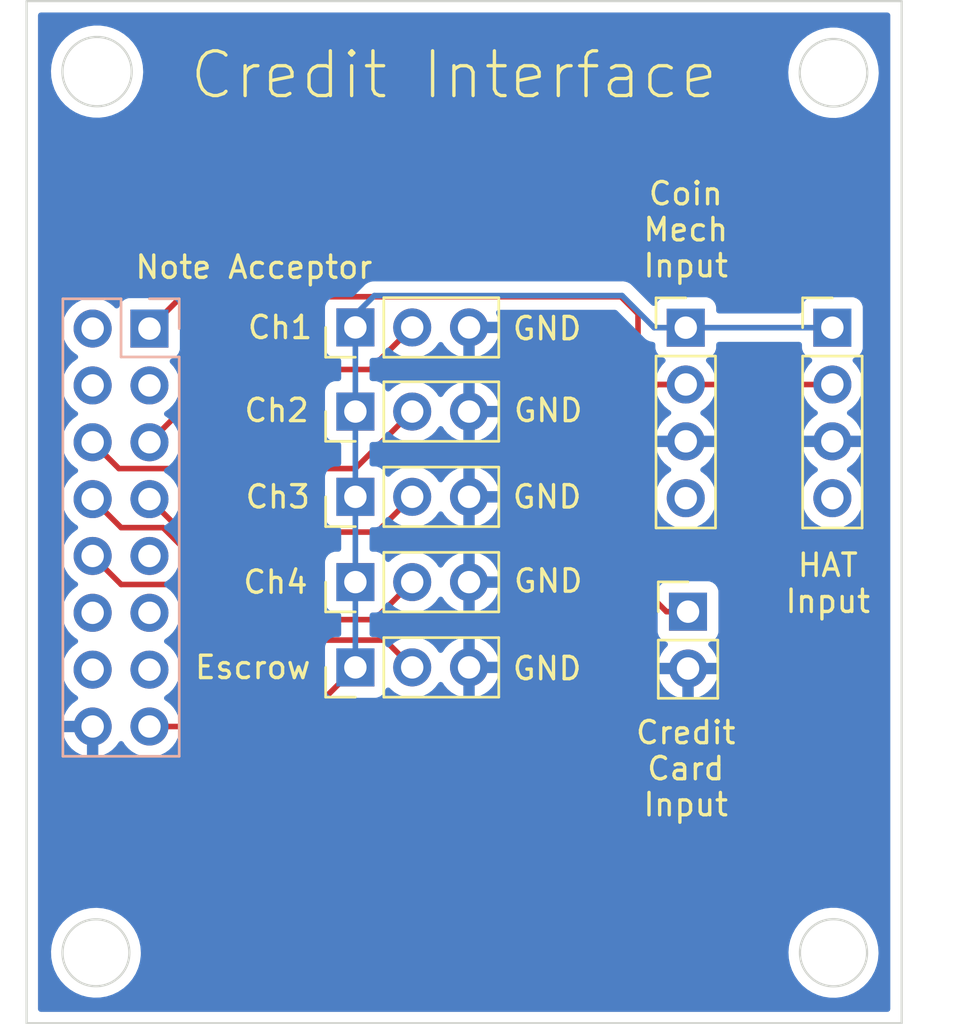
<source format=kicad_pcb>
(kicad_pcb (version 20211014) (generator pcbnew)
  (layers (0 "F.Cu" signal) (31 "B.Cu" signal) (34 "B.Paste" user) (35 "F.Paste" user) (36 "B.SilkS" user "B.Silkscreen") (37 "F.SilkS" user "F.Silkscreen") (38 "B.Mask" user) (39 "F.Mask" user) (44 "Edge.Cuts" user))
  (net 0 "")
  (net 1 "PULSE")
  (net 5 "CH1")
  (net 6 "CH2")
  (net 7 "CH3")
  (net 8 "CH4")
  (net 10 "ESCROW")
  (net 15 "+12V")
  (net 16 "GND")
  (footprint "Connector_PinHeader_2.54mm:PinHeader_1x04_P2.54mm_Vertical" (layer "F.Cu") (at 164.4396 80.528)
    (fp_text reference "J3" hide)
    (fp_text value "HAT Connection")
    (fp_line (start -1.33 1.27) (end -1.33 8.95) (layer "F.SilkS") (width 0.12))
    (fp_line (start -1.33 1.27) (end 1.33 1.27) (layer "F.SilkS") (width 0.12))
    (fp_line (start 1.33 1.27) (end 1.33 8.95) (layer "F.SilkS") (width 0.12))
    (fp_line (start -1.33 -1.33) (end 0 -1.33) (layer "F.SilkS") (width 0.12))
    (fp_line (start -1.33 0) (end -1.33 -1.33) (layer "F.SilkS") (width 0.12))
    (fp_line (start -1.33 8.95) (end 1.33 8.95) (layer "F.SilkS") (width 0.12))
    (pad "1" thru_hole rect (at 0 0) (size 1.7 1.7) (drill 1) (layers *.Cu *.Mask) (net 15 "+12V"))
    (pad "2" thru_hole oval (at 0 2.54) (size 1.7 1.7) (drill 1) (layers *.Cu *.Mask) (net 1 "PULSE"))
    (pad "3" thru_hole oval (at 0 5.08) (size 1.7 1.7) (drill 1) (layers *.Cu *.Mask) (net 16 "GND"))
    (pad "4" thru_hole oval (at 0 7.62) (size 1.7 1.7) (drill 1) (layers *.Cu *.Mask))
  )
  (footprint "Connector_PinHeader_2.54mm:PinHeader_1x03_P2.54mm_Vertical" (layer "F.Cu") (at 143.1186 84.2772 90)
    (fp_text reference "J5" hide)
    (fp_text value "Note Acceptor Ch2")
    (fp_line (start -1.33 0) (end -1.33 -1.33) (layer "F.SilkS") (width 0.12))
    (fp_line (start -1.33 6.41) (end 1.33 6.41) (layer "F.SilkS") (width 0.12))
    (fp_line (start 1.33 1.27) (end 1.33 6.41) (layer "F.SilkS") (width 0.12))
    (fp_line (start -1.33 -1.33) (end 0 -1.33) (layer "F.SilkS") (width 0.12))
    (fp_line (start -1.33 1.27) (end 1.33 1.27) (layer "F.SilkS") (width 0.12))
    (fp_line (start -1.33 1.27) (end -1.33 6.41) (layer "F.SilkS") (width 0.12))
    (pad "1" thru_hole rect (at 0 0 90) (size 1.7 1.7) (drill 1) (layers *.Cu *.Mask) (net 15 "+12V"))
    (pad "2" thru_hole oval (at 0 2.54 90) (size 1.7 1.7) (drill 1) (layers *.Cu *.Mask) (net 6 "CH2"))
    (pad "3" thru_hole oval (at 0 5.08 90) (size 1.7 1.7) (drill 1) (layers *.Cu *.Mask) (net 16 "GND"))
  )
  (footprint "Connector_PinHeader_2.54mm:PinHeader_1x03_P2.54mm_Vertical" (layer "F.Cu") (at 143.1186 88.0872 90)
    (fp_text reference "J6" hide)
    (fp_text value "Note Acceptor Ch3")
    (fp_line (start 1.33 1.27) (end 1.33 6.41) (layer "F.SilkS") (width 0.12))
    (fp_line (start -1.33 1.27) (end -1.33 6.41) (layer "F.SilkS") (width 0.12))
    (fp_line (start -1.33 -1.33) (end 0 -1.33) (layer "F.SilkS") (width 0.12))
    (fp_line (start -1.33 1.27) (end 1.33 1.27) (layer "F.SilkS") (width 0.12))
    (fp_line (start -1.33 6.41) (end 1.33 6.41) (layer "F.SilkS") (width 0.12))
    (fp_line (start -1.33 0) (end -1.33 -1.33) (layer "F.SilkS") (width 0.12))
    (pad "1" thru_hole rect (at 0 0 90) (size 1.7 1.7) (drill 1) (layers *.Cu *.Mask) (net 15 "+12V"))
    (pad "2" thru_hole oval (at 0 2.54 90) (size 1.7 1.7) (drill 1) (layers *.Cu *.Mask) (net 7 "CH3"))
    (pad "3" thru_hole oval (at 0 5.08 90) (size 1.7 1.7) (drill 1) (layers *.Cu *.Mask) (net 16 "GND"))
  )
  (footprint "Connector_PinHeader_2.54mm:PinHeader_1x04_P2.54mm_Vertical" (layer "F.Cu") (at 157.8864 80.528)
    (fp_text reference "J2" hide)
    (fp_text value "Coin Mech")
    (fp_line (start -1.33 -1.33) (end 0 -1.33) (layer "F.SilkS") (width 0.12))
    (fp_line (start -1.33 1.27) (end -1.33 8.95) (layer "F.SilkS") (width 0.12))
    (fp_line (start 1.33 1.27) (end 1.33 8.95) (layer "F.SilkS") (width 0.12))
    (fp_line (start -1.33 8.95) (end 1.33 8.95) (layer "F.SilkS") (width 0.12))
    (fp_line (start -1.33 0) (end -1.33 -1.33) (layer "F.SilkS") (width 0.12))
    (fp_line (start -1.33 1.27) (end 1.33 1.27) (layer "F.SilkS") (width 0.12))
    (pad "1" thru_hole rect (at 0 0) (size 1.7 1.7) (drill 1) (layers *.Cu *.Mask) (net 15 "+12V"))
    (pad "2" thru_hole oval (at 0 2.54) (size 1.7 1.7) (drill 1) (layers *.Cu *.Mask) (net 1 "PULSE"))
    (pad "3" thru_hole oval (at 0 5.08) (size 1.7 1.7) (drill 1) (layers *.Cu *.Mask) (net 16 "GND"))
    (pad "4" thru_hole oval (at 0 7.62) (size 1.7 1.7) (drill 1) (layers *.Cu *.Mask))
  )
  (footprint "Connector_PinHeader_2.54mm:PinHeader_1x03_P2.54mm_Vertical" (layer "F.Cu") (at 143.1186 91.8972 90)
    (fp_text reference "J7" hide)
    (fp_text value "Note Acceptor Ch4")
    (fp_line (start -1.33 1.27) (end -1.33 6.41) (layer "F.SilkS") (width 0.12))
    (fp_line (start -1.33 1.27) (end 1.33 1.27) (layer "F.SilkS") (width 0.12))
    (fp_line (start -1.33 -1.33) (end 0 -1.33) (layer "F.SilkS") (width 0.12))
    (fp_line (start -1.33 0) (end -1.33 -1.33) (layer "F.SilkS") (width 0.12))
    (fp_line (start 1.33 1.27) (end 1.33 6.41) (layer "F.SilkS") (width 0.12))
    (fp_line (start -1.33 6.41) (end 1.33 6.41) (layer "F.SilkS") (width 0.12))
    (pad "1" thru_hole rect (at 0 0 90) (size 1.7 1.7) (drill 1) (layers *.Cu *.Mask) (net 15 "+12V"))
    (pad "2" thru_hole oval (at 0 2.54 90) (size 1.7 1.7) (drill 1) (layers *.Cu *.Mask) (net 8 "CH4"))
    (pad "3" thru_hole oval (at 0 5.08 90) (size 1.7 1.7) (drill 1) (layers *.Cu *.Mask) (net 16 "GND"))
  )
  (footprint "Connector_PinHeader_2.54mm:PinHeader_1x03_P2.54mm_Vertical" (layer "F.Cu") (at 143.1186 95.7072 90)
    (fp_text reference "J8" hide)
    (fp_text value "Note Acceptor Escrow")
    (fp_line (start 1.33 1.27) (end 1.33 6.41) (layer "F.SilkS") (width 0.12))
    (fp_line (start -1.33 1.27) (end -1.33 6.41) (layer "F.SilkS") (width 0.12))
    (fp_line (start -1.33 0) (end -1.33 -1.33) (layer "F.SilkS") (width 0.12))
    (fp_line (start -1.33 6.41) (end 1.33 6.41) (layer "F.SilkS") (width 0.12))
    (fp_line (start -1.33 1.27) (end 1.33 1.27) (layer "F.SilkS") (width 0.12))
    (fp_line (start -1.33 -1.33) (end 0 -1.33) (layer "F.SilkS") (width 0.12))
    (pad "1" thru_hole rect (at 0 0 90) (size 1.7 1.7) (drill 1) (layers *.Cu *.Mask) (net 15 "+12V"))
    (pad "2" thru_hole oval (at 0 2.54 90) (size 1.7 1.7) (drill 1) (layers *.Cu *.Mask) (net 10 "ESCROW"))
    (pad "3" thru_hole oval (at 0 5.08 90) (size 1.7 1.7) (drill 1) (layers *.Cu *.Mask) (net 16 "GND"))
  )
  (footprint "Connector_PinHeader_2.54mm:PinHeader_1x02_P2.54mm_Vertical" (layer "F.Cu") (at 157.988 93.218)
    (fp_text reference "J9" hide)
    (fp_text value "Credit Card")
    (fp_line (start -1.33 3.87) (end 1.33 3.87) (layer "F.SilkS") (width 0.12))
    (fp_line (start -1.33 1.27) (end -1.33 3.87) (layer "F.SilkS") (width 0.12))
    (fp_line (start -1.33 0) (end -1.33 -1.33) (layer "F.SilkS") (width 0.12))
    (fp_line (start -1.33 -1.33) (end 0 -1.33) (layer "F.SilkS") (width 0.12))
    (fp_line (start -1.33 1.27) (end 1.33 1.27) (layer "F.SilkS") (width 0.12))
    (fp_line (start 1.33 1.27) (end 1.33 3.87) (layer "F.SilkS") (width 0.12))
    (pad "1" thru_hole rect (at 0 0) (size 1.7 1.7) (drill 1) (layers *.Cu *.Mask) (net 1 "PULSE"))
    (pad "2" thru_hole oval (at 0 2.54) (size 1.7 1.7) (drill 1) (layers *.Cu *.Mask) (net 16 "GND"))
  )
  (footprint "Connector_PinHeader_2.54mm:PinHeader_1x03_P2.54mm_Vertical" (layer "F.Cu") (at 143.1186 80.518 90)
    (fp_text reference "J4" hide)
    (fp_text value "Note Acceptor Ch1")
    (fp_line (start 1.33 1.27) (end 1.33 6.41) (layer "F.SilkS") (width 0.12))
    (fp_line (start -1.33 6.41) (end 1.33 6.41) (layer "F.SilkS") (width 0.12))
    (fp_line (start -1.33 -1.33) (end 0 -1.33) (layer "F.SilkS") (width 0.12))
    (fp_line (start -1.33 0) (end -1.33 -1.33) (layer "F.SilkS") (width 0.12))
    (fp_line (start -1.33 1.27) (end -1.33 6.41) (layer "F.SilkS") (width 0.12))
    (fp_line (start -1.33 1.27) (end 1.33 1.27) (layer "F.SilkS") (width 0.12))
    (pad "1" thru_hole rect (at 0 0 90) (size 1.7 1.7) (drill 1) (layers *.Cu *.Mask) (net 15 "+12V"))
    (pad "2" thru_hole oval (at 0 2.54 90) (size 1.7 1.7) (drill 1) (layers *.Cu *.Mask) (net 5 "CH1"))
    (pad "3" thru_hole oval (at 0 5.08 90) (size 1.7 1.7) (drill 1) (layers *.Cu *.Mask) (net 16 "GND"))
  )
  (footprint "Connector_PinHeader_2.54mm:PinHeader_2x08_P2.54mm_Vertical" (layer "B.Cu") (at 133.9138 80.5688 180)
    (fp_text reference "J1" hide)
    (fp_text value "Note Acceptor")
    (fp_line (start -1.33 0) (end -1.33 1.33) (layer "B.SilkS") (width 0.12))
    (fp_line (start 1.27 -1.27) (end 1.27 1.33) (layer "B.SilkS") (width 0.12))
    (fp_line (start -1.33 -19.11) (end 3.87 -19.11) (layer "B.SilkS") (width 0.12))
    (fp_line (start 1.27 1.33) (end 3.87 1.33) (layer "B.SilkS") (width 0.12))
    (fp_line (start -1.33 -1.27) (end 1.27 -1.27) (layer "B.SilkS") (width 0.12))
    (fp_line (start -1.33 1.33) (end 0 1.33) (layer "B.SilkS") (width 0.12))
    (fp_line (start 3.87 1.33) (end 3.87 -19.11) (layer "B.SilkS") (width 0.12))
    (fp_line (start -1.33 -1.27) (end -1.33 -19.11) (layer "B.SilkS") (width 0.12))
    (pad "1" thru_hole rect (at 0 0 180) (size 1.7 1.7) (drill 1) (layers *.Cu *.Mask) (net 1 "PULSE"))
    (pad "2" thru_hole oval (at 2.54 0 180) (size 1.7 1.7) (drill 1) (layers *.Cu *.Mask))
    (pad "3" thru_hole oval (at 0 -2.54 180) (size 1.7 1.7) (drill 1) (layers *.Cu *.Mask))
    (pad "4" thru_hole oval (at 2.54 -2.54 180) (size 1.7 1.7) (drill 1) (layers *.Cu *.Mask))
    (pad "5" thru_hole oval (at 0 -5.08 180) (size 1.7 1.7) (drill 1) (layers *.Cu *.Mask) (net 5 "CH1"))
    (pad "6" thru_hole oval (at 2.54 -5.08 180) (size 1.7 1.7) (drill 1) (layers *.Cu *.Mask) (net 6 "CH2"))
    (pad "7" thru_hole oval (at 0 -7.62 180) (size 1.7 1.7) (drill 1) (layers *.Cu *.Mask) (net 7 "CH3"))
    (pad "8" thru_hole oval (at 2.54 -7.62 180) (size 1.7 1.7) (drill 1) (layers *.Cu *.Mask) (net 8 "CH4"))
    (pad "9" thru_hole oval (at 0 -10.16 180) (size 1.7 1.7) (drill 1) (layers *.Cu *.Mask))
    (pad "10" thru_hole oval (at 2.54 -10.16 180) (size 1.7 1.7) (drill 1) (layers *.Cu *.Mask) (net 10 "ESCROW"))
    (pad "11" thru_hole oval (at 0 -12.7 180) (size 1.7 1.7) (drill 1) (layers *.Cu *.Mask))
    (pad "12" thru_hole oval (at 2.54 -12.7 180) (size 1.7 1.7) (drill 1) (layers *.Cu *.Mask))
    (pad "13" thru_hole oval (at 0 -15.24 180) (size 1.7 1.7) (drill 1) (layers *.Cu *.Mask))
    (pad "14" thru_hole oval (at 2.54 -15.24 180) (size 1.7 1.7) (drill 1) (layers *.Cu *.Mask))
    (pad "15" thru_hole oval (at 0 -17.78 180) (size 1.7 1.7) (drill 1) (layers *.Cu *.Mask) (net 15 "+12V"))
    (pad "16" thru_hole oval (at 2.54 -17.78 180) (size 1.7 1.7) (drill 1) (layers *.Cu *.Mask) (net 16 "GND"))
  )
  (gr_circle (center 164.4904 108.458) (end 165.2016 109.7788) (layer "Edge.Cuts") (width 0.1) (fill none))
  (gr_circle (center 164.4904 69.1388) (end 165.5572 68.072) (layer "Edge.Cuts") (width 0.1) (fill none))
  (gr_rect (start 128.4224 111.6076) (end 167.5384 65.9384) (layer "Edge.Cuts") (width 0.1) (fill none))
  (gr_circle (center 131.5212 108.458) (end 131.2672 109.9312) (layer "Edge.Cuts") (width 0.1) (fill none))
  (gr_circle (center 131.572 69.088) (end 132.588 70.2564) (layer "Edge.Cuts") (width 0.1) (fill none))
  (gr_text "HAT\nInput" (at 164.2364 91.948) (layer "F.SilkS") (effects (font (size 1 1))))
  (gr_text "GND" (at 151.6888 88.0872) (layer "F.SilkS") (effects (font (size 1 1))))
  (gr_text "GND" (at 151.6888 80.5688) (layer "F.SilkS") (effects (font (size 1 1))))
  (gr_text "Ch2" (at 139.5984 84.2264) (layer "F.SilkS") (effects (font (size 1 1))))
  (gr_text "Credit\nCard\nInput" (at 157.8864 100.2284) (layer "F.SilkS") (effects (font (size 1 1))))
  (gr_text "Note Acceptor" (at 138.5824 77.8256) (layer "F.SilkS") (effects (font (size 1 1))))
  (gr_text "GND" (at 151.7396 84.2264) (layer "F.SilkS") (effects (font (size 1 1))))
  (gr_text "Coin\nMech\nInput" (at 157.8864 76.1492) (layer "F.SilkS") (effects (font (size 1 1))))
  (gr_text "Ch3" (at 139.6492 88.0872) (layer "F.SilkS") (effects (font (size 1 1))))
  (gr_text "Credit Interface" (at 147.5232 69.2404) (layer "F.SilkS") (effects (font (size 2 2))))
  (gr_text "Escrow" (at 138.5316 95.7072) (layer "F.SilkS") (effects (font (size 1 1))))
  (gr_text "Ch1" (at 139.7508 80.518) (layer "F.SilkS") (effects (font (size 1 1))))
  (gr_text "GND" (at 151.6888 95.758) (layer "F.SilkS") (effects (font (size 1 1))))
  (gr_text "Ch4" (at 139.5476 91.8972) (layer "F.SilkS") (effects (font (size 1 1))))
  (gr_text "GND" (at 151.7396 91.8464) (layer "F.SilkS") (effects (font (size 1 1))))
  (segment (start 157.8864 83.068) (end 156.6064 83.068) (width 0.25) (layer "F.Cu") (net 1))
  (segment (start 154.9908 79.1464) (end 155.7528 79.9084) (width 0.25) (layer "F.Cu") (net 1))
  (segment (start 133.9138 80.5688) (end 135.3362 79.1464) (width 0.25) (layer "F.Cu") (net 1))
  (segment (start 155.7528 83.9216) (end 155.7528 91.948) (width 0.25) (layer "F.Cu") (net 1))
  (segment (start 156.474 83.068) (end 157.8864 83.068) (width 0.25) (layer "F.Cu") (net 1))
  (segment (start 155.7528 79.9084) (end 155.7528 82.3468) (width 0.25) (layer "F.Cu") (net 1))
  (segment (start 155.7528 91.948) (end 157.0228 93.218) (width 0.25) (layer "F.Cu") (net 1))
  (segment (start 135.3362 79.1464) (end 154.9908 79.1464) (width 0.25) (layer "F.Cu") (net 1))
  (segment (start 157.0228 93.218) (end 157.988 93.218) (width 0.25) (layer "F.Cu") (net 1))
  (segment (start 155.7528 82.3468) (end 156.474 83.068) (width 0.25) (layer "F.Cu") (net 1))
  (segment (start 157.8864 83.068) (end 164.4396 83.068) (width 0.25) (layer "F.Cu") (net 1))
  (segment (start 156.6064 83.068) (end 155.7528 83.9216) (width 0.25) (layer "F.Cu") (net 1))
  (segment (start 145.6586 80.518) (end 143.779 82.3976) (width 0.25) (layer "F.Cu") (net 5))
  (segment (start 137.165 82.3976) (end 133.9138 85.6488) (width 0.25) (layer "F.Cu") (net 5))
  (segment (start 143.779 82.3976) (end 137.165 82.3976) (width 0.25) (layer "F.Cu") (net 5))
  (segment (start 131.3738 85.6488) (end 132.5488 86.8238) (width 0.25) (layer "F.Cu") (net 6))
  (segment (start 132.5488 86.8238) (end 143.112 86.8238) (width 0.25) (layer "F.Cu") (net 6))
  (segment (start 143.112 86.8238) (end 145.6586 84.2772) (width 0.25) (layer "F.Cu") (net 6))
  (segment (start 133.9138 88.1888) (end 135.387 89.662) (width 0.25) (layer "F.Cu") (net 7))
  (segment (start 144.0838 89.662) (end 145.6586 88.0872) (width 0.25) (layer "F.Cu") (net 7))
  (segment (start 135.387 89.662) (end 144.0838 89.662) (width 0.25) (layer "F.Cu") (net 7))
  (segment (start 143.9822 93.5736) (end 145.6586 91.8972) (width 0.25) (layer "F.Cu") (net 8))
  (segment (start 132.648078 89.463078) (end 134.522678 89.463078) (width 0.25) (layer "F.Cu") (net 8))
  (segment (start 131.3738 88.1888) (end 132.648078 89.463078) (width 0.25) (layer "F.Cu") (net 8))
  (segment (start 138.6332 93.5736) (end 143.9822 93.5736) (width 0.25) (layer "F.Cu") (net 8))
  (segment (start 134.522678 89.463078) (end 138.6332 93.5736) (width 0.25) (layer "F.Cu") (net 8))
  (segment (start 131.3738 90.7288) (end 132.648078 92.003078) (width 0.25) (layer "F.Cu") (net 10))
  (segment (start 132.648078 92.003078) (end 136.426282 92.003078) (width 0.25) (layer "F.Cu") (net 10))
  (segment (start 144.4394 94.488) (end 145.6586 95.7072) (width 0.25) (layer "F.Cu") (net 10))
  (segment (start 136.426282 92.003078) (end 138.911204 94.488) (width 0.25) (layer "F.Cu") (net 10))
  (segment (start 138.911204 94.488) (end 144.4394 94.488) (width 0.25) (layer "F.Cu") (net 10))
  (segment (start 133.9138 98.3488) (end 140.477 98.3488) (width 0.25) (layer "F.Cu") (net 15))
  (segment (start 140.477 98.3488) (end 143.1186 95.7072) (width 0.25) (layer "F.Cu") (net 15))
  (segment (start 143.1186 80.518) (end 143.1186 84.2772) (width 0.25) (layer "B.Cu") (net 15))
  (segment (start 143.1186 95.7072) (end 143.1186 91.8972) (width 0.25) (layer "B.Cu") (net 15))
  (segment (start 143.1186 79.9442) (end 143.9672 79.0956) (width 0.25) (layer "B.Cu") (net 15))
  (segment (start 155.0416 79.0956) (end 156.474 80.528) (width 0.25) (layer "B.Cu") (net 15))
  (segment (start 143.1186 80.518) (end 143.1186 79.9442) (width 0.25) (layer "B.Cu") (net 15))
  (segment (start 143.1186 84.2772) (end 143.1186 88.0872) (width 0.25) (layer "B.Cu") (net 15))
  (segment (start 156.474 80.528) (end 157.8864 80.528) (width 0.25) (layer "B.Cu") (net 15))
  (segment (start 143.1186 91.8972) (end 143.1186 88.0872) (width 0.25) (layer "B.Cu") (net 15))
  (segment (start 157.8864 80.528) (end 164.4396 80.528) (width 0.25) (layer "B.Cu") (net 15))
  (segment (start 143.9672 79.0956) (end 155.0416 79.0956) (width 0.25) (layer "B.Cu") (net 15))
  (zone (net 16) (net_name "GND") (layer "B.Cu") (connect_pads (clearance 0.508)) (min_thickness 0.254) (fill yes (thermal_gap 0.508) (thermal_bridge_width 0.508))
    (polygon (pts (xy 167.4876 111.6076) (xy 128.4224 111.6076) (xy 128.415641 66.023105) (xy 167.480841 65.972305)))
  )
)
</source>
